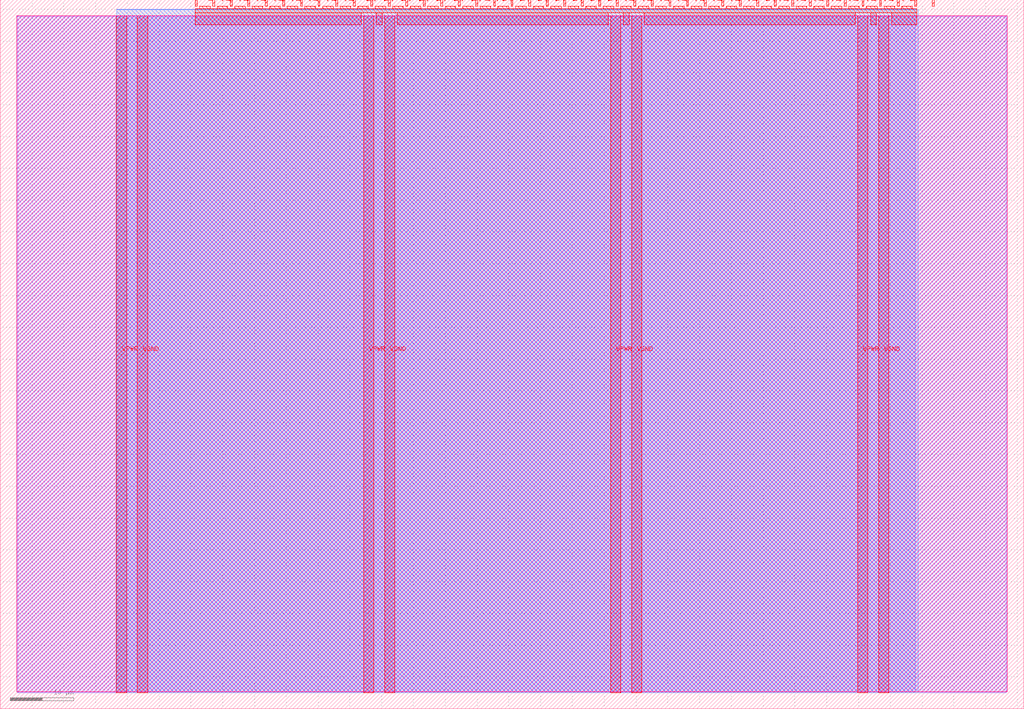
<source format=lef>
VERSION 5.7 ;
  NOWIREEXTENSIONATPIN ON ;
  DIVIDERCHAR "/" ;
  BUSBITCHARS "[]" ;
MACRO tt_um_wokwi_445276353959823361
  CLASS BLOCK ;
  FOREIGN tt_um_wokwi_445276353959823361 ;
  ORIGIN 0.000 0.000 ;
  SIZE 161.000 BY 111.520 ;
  PIN VGND
    DIRECTION INOUT ;
    USE GROUND ;
    PORT
      LAYER met4 ;
        RECT 21.580 2.480 23.180 109.040 ;
    END
    PORT
      LAYER met4 ;
        RECT 60.450 2.480 62.050 109.040 ;
    END
    PORT
      LAYER met4 ;
        RECT 99.320 2.480 100.920 109.040 ;
    END
    PORT
      LAYER met4 ;
        RECT 138.190 2.480 139.790 109.040 ;
    END
  END VGND
  PIN VPWR
    DIRECTION INOUT ;
    USE POWER ;
    PORT
      LAYER met4 ;
        RECT 18.280 2.480 19.880 109.040 ;
    END
    PORT
      LAYER met4 ;
        RECT 57.150 2.480 58.750 109.040 ;
    END
    PORT
      LAYER met4 ;
        RECT 96.020 2.480 97.620 109.040 ;
    END
    PORT
      LAYER met4 ;
        RECT 134.890 2.480 136.490 109.040 ;
    END
  END VPWR
  PIN clk
    DIRECTION INPUT ;
    USE SIGNAL ;
    ANTENNAGATEAREA 0.159000 ;
    PORT
      LAYER met4 ;
        RECT 143.830 110.520 144.130 111.520 ;
    END
  END clk
  PIN ena
    DIRECTION INPUT ;
    USE SIGNAL ;
    PORT
      LAYER met4 ;
        RECT 146.590 110.520 146.890 111.520 ;
    END
  END ena
  PIN rst_n
    DIRECTION INPUT ;
    USE SIGNAL ;
    PORT
      LAYER met4 ;
        RECT 141.070 110.520 141.370 111.520 ;
    END
  END rst_n
  PIN ui_in[0]
    DIRECTION INPUT ;
    USE SIGNAL ;
    ANTENNAGATEAREA 0.196500 ;
    PORT
      LAYER met4 ;
        RECT 138.310 110.520 138.610 111.520 ;
    END
  END ui_in[0]
  PIN ui_in[1]
    DIRECTION INPUT ;
    USE SIGNAL ;
    PORT
      LAYER met4 ;
        RECT 135.550 110.520 135.850 111.520 ;
    END
  END ui_in[1]
  PIN ui_in[2]
    DIRECTION INPUT ;
    USE SIGNAL ;
    PORT
      LAYER met4 ;
        RECT 132.790 110.520 133.090 111.520 ;
    END
  END ui_in[2]
  PIN ui_in[3]
    DIRECTION INPUT ;
    USE SIGNAL ;
    PORT
      LAYER met4 ;
        RECT 130.030 110.520 130.330 111.520 ;
    END
  END ui_in[3]
  PIN ui_in[4]
    DIRECTION INPUT ;
    USE SIGNAL ;
    PORT
      LAYER met4 ;
        RECT 127.270 110.520 127.570 111.520 ;
    END
  END ui_in[4]
  PIN ui_in[5]
    DIRECTION INPUT ;
    USE SIGNAL ;
    PORT
      LAYER met4 ;
        RECT 124.510 110.520 124.810 111.520 ;
    END
  END ui_in[5]
  PIN ui_in[6]
    DIRECTION INPUT ;
    USE SIGNAL ;
    PORT
      LAYER met4 ;
        RECT 121.750 110.520 122.050 111.520 ;
    END
  END ui_in[6]
  PIN ui_in[7]
    DIRECTION INPUT ;
    USE SIGNAL ;
    PORT
      LAYER met4 ;
        RECT 118.990 110.520 119.290 111.520 ;
    END
  END ui_in[7]
  PIN uio_in[0]
    DIRECTION INPUT ;
    USE SIGNAL ;
    PORT
      LAYER met4 ;
        RECT 116.230 110.520 116.530 111.520 ;
    END
  END uio_in[0]
  PIN uio_in[1]
    DIRECTION INPUT ;
    USE SIGNAL ;
    PORT
      LAYER met4 ;
        RECT 113.470 110.520 113.770 111.520 ;
    END
  END uio_in[1]
  PIN uio_in[2]
    DIRECTION INPUT ;
    USE SIGNAL ;
    PORT
      LAYER met4 ;
        RECT 110.710 110.520 111.010 111.520 ;
    END
  END uio_in[2]
  PIN uio_in[3]
    DIRECTION INPUT ;
    USE SIGNAL ;
    PORT
      LAYER met4 ;
        RECT 107.950 110.520 108.250 111.520 ;
    END
  END uio_in[3]
  PIN uio_in[4]
    DIRECTION INPUT ;
    USE SIGNAL ;
    PORT
      LAYER met4 ;
        RECT 105.190 110.520 105.490 111.520 ;
    END
  END uio_in[4]
  PIN uio_in[5]
    DIRECTION INPUT ;
    USE SIGNAL ;
    PORT
      LAYER met4 ;
        RECT 102.430 110.520 102.730 111.520 ;
    END
  END uio_in[5]
  PIN uio_in[6]
    DIRECTION INPUT ;
    USE SIGNAL ;
    PORT
      LAYER met4 ;
        RECT 99.670 110.520 99.970 111.520 ;
    END
  END uio_in[6]
  PIN uio_in[7]
    DIRECTION INPUT ;
    USE SIGNAL ;
    PORT
      LAYER met4 ;
        RECT 96.910 110.520 97.210 111.520 ;
    END
  END uio_in[7]
  PIN uio_oe[0]
    DIRECTION OUTPUT ;
    USE SIGNAL ;
    PORT
      LAYER met4 ;
        RECT 49.990 110.520 50.290 111.520 ;
    END
  END uio_oe[0]
  PIN uio_oe[1]
    DIRECTION OUTPUT ;
    USE SIGNAL ;
    PORT
      LAYER met4 ;
        RECT 47.230 110.520 47.530 111.520 ;
    END
  END uio_oe[1]
  PIN uio_oe[2]
    DIRECTION OUTPUT ;
    USE SIGNAL ;
    PORT
      LAYER met4 ;
        RECT 44.470 110.520 44.770 111.520 ;
    END
  END uio_oe[2]
  PIN uio_oe[3]
    DIRECTION OUTPUT ;
    USE SIGNAL ;
    PORT
      LAYER met4 ;
        RECT 41.710 110.520 42.010 111.520 ;
    END
  END uio_oe[3]
  PIN uio_oe[4]
    DIRECTION OUTPUT ;
    USE SIGNAL ;
    PORT
      LAYER met4 ;
        RECT 38.950 110.520 39.250 111.520 ;
    END
  END uio_oe[4]
  PIN uio_oe[5]
    DIRECTION OUTPUT ;
    USE SIGNAL ;
    PORT
      LAYER met4 ;
        RECT 36.190 110.520 36.490 111.520 ;
    END
  END uio_oe[5]
  PIN uio_oe[6]
    DIRECTION OUTPUT ;
    USE SIGNAL ;
    PORT
      LAYER met4 ;
        RECT 33.430 110.520 33.730 111.520 ;
    END
  END uio_oe[6]
  PIN uio_oe[7]
    DIRECTION OUTPUT ;
    USE SIGNAL ;
    PORT
      LAYER met4 ;
        RECT 30.670 110.520 30.970 111.520 ;
    END
  END uio_oe[7]
  PIN uio_out[0]
    DIRECTION OUTPUT ;
    USE SIGNAL ;
    PORT
      LAYER met4 ;
        RECT 72.070 110.520 72.370 111.520 ;
    END
  END uio_out[0]
  PIN uio_out[1]
    DIRECTION OUTPUT ;
    USE SIGNAL ;
    PORT
      LAYER met4 ;
        RECT 69.310 110.520 69.610 111.520 ;
    END
  END uio_out[1]
  PIN uio_out[2]
    DIRECTION OUTPUT ;
    USE SIGNAL ;
    PORT
      LAYER met4 ;
        RECT 66.550 110.520 66.850 111.520 ;
    END
  END uio_out[2]
  PIN uio_out[3]
    DIRECTION OUTPUT ;
    USE SIGNAL ;
    PORT
      LAYER met4 ;
        RECT 63.790 110.520 64.090 111.520 ;
    END
  END uio_out[3]
  PIN uio_out[4]
    DIRECTION OUTPUT ;
    USE SIGNAL ;
    PORT
      LAYER met4 ;
        RECT 61.030 110.520 61.330 111.520 ;
    END
  END uio_out[4]
  PIN uio_out[5]
    DIRECTION OUTPUT ;
    USE SIGNAL ;
    PORT
      LAYER met4 ;
        RECT 58.270 110.520 58.570 111.520 ;
    END
  END uio_out[5]
  PIN uio_out[6]
    DIRECTION OUTPUT ;
    USE SIGNAL ;
    PORT
      LAYER met4 ;
        RECT 55.510 110.520 55.810 111.520 ;
    END
  END uio_out[6]
  PIN uio_out[7]
    DIRECTION OUTPUT ;
    USE SIGNAL ;
    PORT
      LAYER met4 ;
        RECT 52.750 110.520 53.050 111.520 ;
    END
  END uio_out[7]
  PIN uo_out[0]
    DIRECTION OUTPUT ;
    USE SIGNAL ;
    ANTENNADIFFAREA 0.445500 ;
    PORT
      LAYER met4 ;
        RECT 94.150 110.520 94.450 111.520 ;
    END
  END uo_out[0]
  PIN uo_out[1]
    DIRECTION OUTPUT ;
    USE SIGNAL ;
    ANTENNADIFFAREA 0.445500 ;
    PORT
      LAYER met4 ;
        RECT 91.390 110.520 91.690 111.520 ;
    END
  END uo_out[1]
  PIN uo_out[2]
    DIRECTION OUTPUT ;
    USE SIGNAL ;
    ANTENNADIFFAREA 0.445500 ;
    PORT
      LAYER met4 ;
        RECT 88.630 110.520 88.930 111.520 ;
    END
  END uo_out[2]
  PIN uo_out[3]
    DIRECTION OUTPUT ;
    USE SIGNAL ;
    ANTENNADIFFAREA 0.445500 ;
    PORT
      LAYER met4 ;
        RECT 85.870 110.520 86.170 111.520 ;
    END
  END uo_out[3]
  PIN uo_out[4]
    DIRECTION OUTPUT ;
    USE SIGNAL ;
    ANTENNADIFFAREA 0.445500 ;
    PORT
      LAYER met4 ;
        RECT 83.110 110.520 83.410 111.520 ;
    END
  END uo_out[4]
  PIN uo_out[5]
    DIRECTION OUTPUT ;
    USE SIGNAL ;
    ANTENNADIFFAREA 0.445500 ;
    PORT
      LAYER met4 ;
        RECT 80.350 110.520 80.650 111.520 ;
    END
  END uo_out[5]
  PIN uo_out[6]
    DIRECTION OUTPUT ;
    USE SIGNAL ;
    ANTENNADIFFAREA 0.445500 ;
    PORT
      LAYER met4 ;
        RECT 77.590 110.520 77.890 111.520 ;
    END
  END uo_out[6]
  PIN uo_out[7]
    DIRECTION OUTPUT ;
    USE SIGNAL ;
    PORT
      LAYER met4 ;
        RECT 74.830 110.520 75.130 111.520 ;
    END
  END uo_out[7]
  OBS
      LAYER nwell ;
        RECT 2.570 2.635 158.430 108.990 ;
      LAYER li1 ;
        RECT 2.760 2.635 158.240 108.885 ;
      LAYER met1 ;
        RECT 2.760 2.480 158.240 109.040 ;
      LAYER met2 ;
        RECT 18.310 2.535 143.890 110.005 ;
      LAYER met3 ;
        RECT 18.290 2.555 144.370 109.985 ;
      LAYER met4 ;
        RECT 31.370 110.120 33.030 110.520 ;
        RECT 34.130 110.120 35.790 110.520 ;
        RECT 36.890 110.120 38.550 110.520 ;
        RECT 39.650 110.120 41.310 110.520 ;
        RECT 42.410 110.120 44.070 110.520 ;
        RECT 45.170 110.120 46.830 110.520 ;
        RECT 47.930 110.120 49.590 110.520 ;
        RECT 50.690 110.120 52.350 110.520 ;
        RECT 53.450 110.120 55.110 110.520 ;
        RECT 56.210 110.120 57.870 110.520 ;
        RECT 58.970 110.120 60.630 110.520 ;
        RECT 61.730 110.120 63.390 110.520 ;
        RECT 64.490 110.120 66.150 110.520 ;
        RECT 67.250 110.120 68.910 110.520 ;
        RECT 70.010 110.120 71.670 110.520 ;
        RECT 72.770 110.120 74.430 110.520 ;
        RECT 75.530 110.120 77.190 110.520 ;
        RECT 78.290 110.120 79.950 110.520 ;
        RECT 81.050 110.120 82.710 110.520 ;
        RECT 83.810 110.120 85.470 110.520 ;
        RECT 86.570 110.120 88.230 110.520 ;
        RECT 89.330 110.120 90.990 110.520 ;
        RECT 92.090 110.120 93.750 110.520 ;
        RECT 94.850 110.120 96.510 110.520 ;
        RECT 97.610 110.120 99.270 110.520 ;
        RECT 100.370 110.120 102.030 110.520 ;
        RECT 103.130 110.120 104.790 110.520 ;
        RECT 105.890 110.120 107.550 110.520 ;
        RECT 108.650 110.120 110.310 110.520 ;
        RECT 111.410 110.120 113.070 110.520 ;
        RECT 114.170 110.120 115.830 110.520 ;
        RECT 116.930 110.120 118.590 110.520 ;
        RECT 119.690 110.120 121.350 110.520 ;
        RECT 122.450 110.120 124.110 110.520 ;
        RECT 125.210 110.120 126.870 110.520 ;
        RECT 127.970 110.120 129.630 110.520 ;
        RECT 130.730 110.120 132.390 110.520 ;
        RECT 133.490 110.120 135.150 110.520 ;
        RECT 136.250 110.120 137.910 110.520 ;
        RECT 139.010 110.120 140.670 110.520 ;
        RECT 141.770 110.120 143.430 110.520 ;
        RECT 30.655 109.440 144.145 110.120 ;
        RECT 30.655 107.615 56.750 109.440 ;
        RECT 59.150 107.615 60.050 109.440 ;
        RECT 62.450 107.615 95.620 109.440 ;
        RECT 98.020 107.615 98.920 109.440 ;
        RECT 101.320 107.615 134.490 109.440 ;
        RECT 136.890 107.615 137.790 109.440 ;
        RECT 140.190 107.615 144.145 109.440 ;
  END
END tt_um_wokwi_445276353959823361
END LIBRARY


</source>
